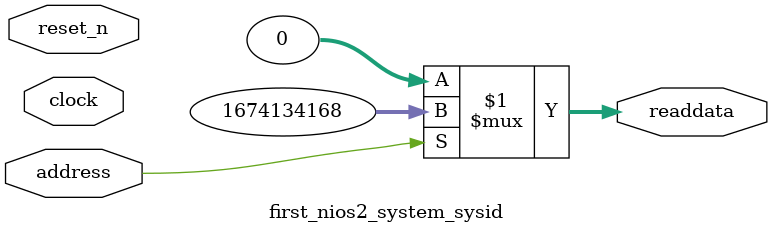
<source format=v>



// synthesis translate_off
`timescale 1ns / 1ps
// synthesis translate_on

// turn off superfluous verilog processor warnings 
// altera message_level Level1 
// altera message_off 10034 10035 10036 10037 10230 10240 10030 

module first_nios2_system_sysid (
               // inputs:
                address,
                clock,
                reset_n,

               // outputs:
                readdata
             )
;

  output  [ 31: 0] readdata;
  input            address;
  input            clock;
  input            reset_n;

  wire    [ 31: 0] readdata;
  //control_slave, which is an e_avalon_slave
  assign readdata = address ? 1674134168 : 0;

endmodule



</source>
